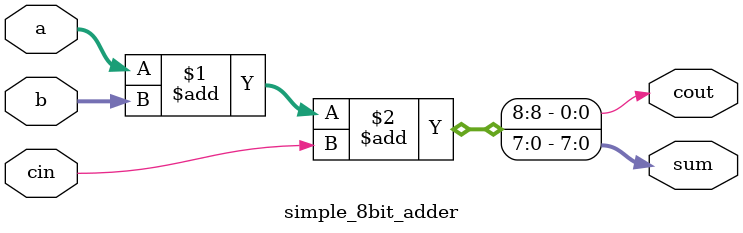
<source format=v>
module simple_8bit_adder (
    input  [7:0] a,
    input  [7:0] b,
    input        cin,
    output [7:0] sum,
    output       cout
);

    // 8位全加器实现
    assign {cout, sum} = a + b + cin;
    
endmodule
</source>
